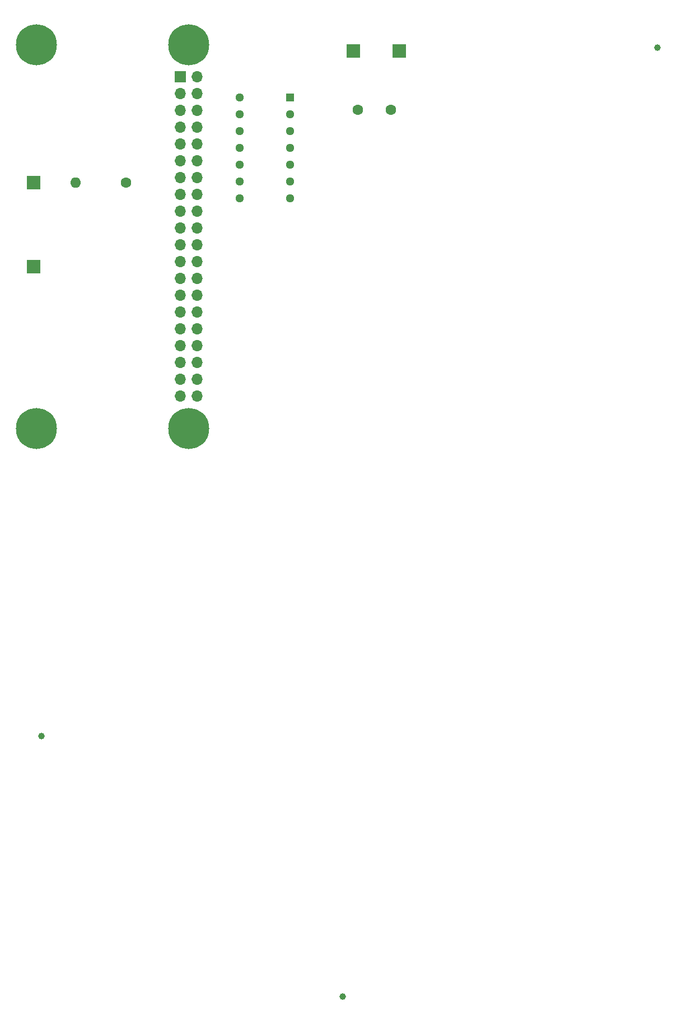
<source format=gbs>
G04 #@! TF.GenerationSoftware,KiCad,Pcbnew,7.0.7*
G04 #@! TF.CreationDate,2023-09-07T11:23:27-07:00*
G04 #@! TF.ProjectId,bivariate-bivalve,62697661-7269-4617-9465-2d626976616c,rev?*
G04 #@! TF.SameCoordinates,Original*
G04 #@! TF.FileFunction,Soldermask,Bot*
G04 #@! TF.FilePolarity,Negative*
%FSLAX46Y46*%
G04 Gerber Fmt 4.6, Leading zero omitted, Abs format (unit mm)*
G04 Created by KiCad (PCBNEW 7.0.7) date 2023-09-07 11:23:27*
%MOMM*%
%LPD*%
G01*
G04 APERTURE LIST*
G04 Aperture macros list*
%AMRoundRect*
0 Rectangle with rounded corners*
0 $1 Rounding radius*
0 $2 $3 $4 $5 $6 $7 $8 $9 X,Y pos of 4 corners*
0 Add a 4 corners polygon primitive as box body*
4,1,4,$2,$3,$4,$5,$6,$7,$8,$9,$2,$3,0*
0 Add four circle primitives for the rounded corners*
1,1,$1+$1,$2,$3*
1,1,$1+$1,$4,$5*
1,1,$1+$1,$6,$7*
1,1,$1+$1,$8,$9*
0 Add four rect primitives between the rounded corners*
20,1,$1+$1,$2,$3,$4,$5,0*
20,1,$1+$1,$4,$5,$6,$7,0*
20,1,$1+$1,$6,$7,$8,$9,0*
20,1,$1+$1,$8,$9,$2,$3,0*%
G04 Aperture macros list end*
%ADD10C,1.000000*%
%ADD11C,1.600000*%
%ADD12O,1.600000X1.600000*%
%ADD13R,1.700000X1.700000*%
%ADD14O,1.700000X1.700000*%
%ADD15C,6.200000*%
%ADD16C,1.295400*%
%ADD17R,1.295400X1.295400*%
%ADD18RoundRect,0.250001X0.799999X0.799999X-0.799999X0.799999X-0.799999X-0.799999X0.799999X-0.799999X0*%
G04 APERTURE END LIST*
D10*
G04 #@! TO.C,REF\u002A\u002A*
X54290000Y-140470000D03*
G04 #@! TD*
G04 #@! TO.C,REF\u002A\u002A*
X99820000Y-179770000D03*
G04 #@! TD*
G04 #@! TO.C,REF\u002A\u002A*
X147460000Y-36340000D03*
G04 #@! TD*
D11*
G04 #@! TO.C,R1*
X67050000Y-56750000D03*
D12*
X59430000Y-56750000D03*
G04 #@! TD*
D13*
G04 #@! TO.C,J1*
X75310000Y-40805000D03*
D14*
X77850000Y-40805000D03*
X75310000Y-43345000D03*
X77850000Y-43345000D03*
X75310000Y-45885000D03*
X77850000Y-45885000D03*
X75310000Y-48425000D03*
X77850000Y-48425000D03*
X75310000Y-50965000D03*
X77850000Y-50965000D03*
X75310000Y-53505000D03*
X77850000Y-53505000D03*
X75310000Y-56045000D03*
X77850000Y-56045000D03*
X75310000Y-58585000D03*
X77850000Y-58585000D03*
X75310000Y-61125000D03*
X77850000Y-61125000D03*
X75310000Y-63665000D03*
X77850000Y-63665000D03*
X75310000Y-66205000D03*
X77850000Y-66205000D03*
X75310000Y-68745000D03*
X77850000Y-68745000D03*
X75310000Y-71285000D03*
X77850000Y-71285000D03*
X75310000Y-73825000D03*
X77850000Y-73825000D03*
X75310000Y-76365000D03*
X77850000Y-76365000D03*
X75310000Y-78905000D03*
X77850000Y-78905000D03*
X75310000Y-81445000D03*
X77850000Y-81445000D03*
X75310000Y-83985000D03*
X77850000Y-83985000D03*
X75310000Y-86525000D03*
X77850000Y-86525000D03*
X75310000Y-89065000D03*
X77850000Y-89065000D03*
G04 #@! TD*
D15*
G04 #@! TO.C,*
X76570000Y-35945000D03*
G04 #@! TD*
G04 #@! TO.C,*
X53570000Y-93945000D03*
G04 #@! TD*
G04 #@! TO.C,*
X76570000Y-93945000D03*
G04 #@! TD*
G04 #@! TO.C,*
X53570000Y-35945000D03*
G04 #@! TD*
D16*
G04 #@! TO.C,U1*
X84305000Y-43895000D03*
X84305000Y-46435000D03*
X84305000Y-48975000D03*
X84305000Y-51515000D03*
X84305000Y-54055000D03*
X84305000Y-56595000D03*
X84305000Y-59135000D03*
X91925000Y-59135000D03*
X91925000Y-56595000D03*
X91925000Y-54055000D03*
X91925000Y-51515000D03*
X91925000Y-48975000D03*
X91925000Y-46435000D03*
D17*
X91925000Y-43895000D03*
G04 #@! TD*
D18*
G04 #@! TO.C,J5*
X101450000Y-36910000D03*
G04 #@! TD*
G04 #@! TO.C,J4*
X108435000Y-36910000D03*
G04 #@! TD*
G04 #@! TO.C,J3*
X53150000Y-69490000D03*
G04 #@! TD*
G04 #@! TO.C,J2*
X53150000Y-56790000D03*
G04 #@! TD*
D11*
G04 #@! TO.C,C19*
X107165000Y-45800000D03*
X102165000Y-45800000D03*
G04 #@! TD*
M02*

</source>
